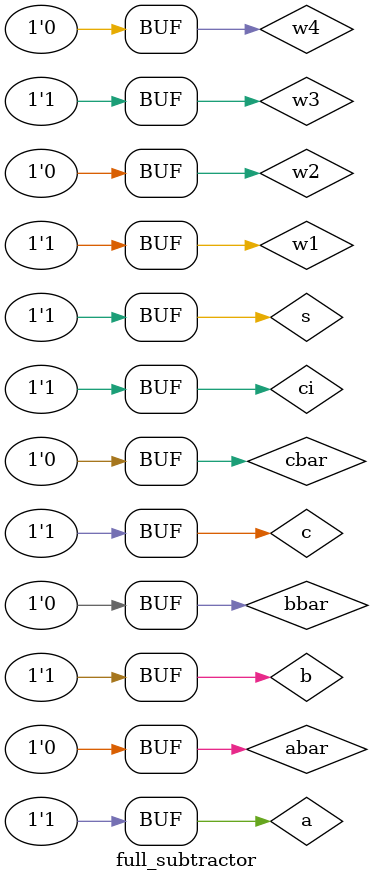
<source format=sv>
module full_subtractor;
  reg a,b,c,s,ci;
  wire w1,w2,w3,w4;
  not (abar,a);
  not (bbar,b);
  not (cbar,c);
  xor (s,a,b,c);
  and (w2,abar,b);
  and (w3,b,c);
  and (w4,c,abar);
  or  (ci,w2,w3,w4);
  or   (w1,ci,s);
  
  

  initial 
    begin 
  
  #2  a=0; b=0; c=0;
   #2   a=0; b=0; c=1;
   #2   a=0; b=1; c=0;
   #2   a=0; b=1; c=1;
   #2   a=1; b=0; c=0;
   #2   a=1; b=0; c=1;
   #2   a=1; b=1; c=0;
   #2   a=1; b=1; c=1;
    
      //a=0; b=0; c=0;
    end 
      
      initial 
       begin
        
      $monitor("a=%b,b=%b,c=%b,s=%b,ci=%b",a,b,c,s,ci);
  
    end 
  
  initial 
    begin 
      
      $dumpfile("dump.vcd");
      $dumpvars();
      
    end 
  
endmodule


</source>
